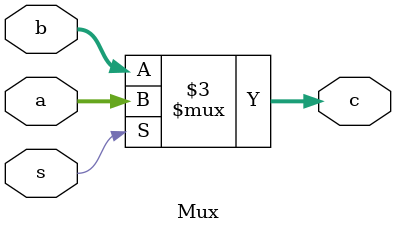
<source format=v>
module Mux (
    input [31:0] a, b,
    input s,
    output reg [31:0] c
 );
 // c = a (s == 1)
 // c = b (s == 0)
 always@(*) begin
    c = (s == 1'b0) ? b : a;
 end

endmodule

// | \
// |  \
// | a |
// |   | --> c
// | b |
// |  / <----s
// | /

</source>
